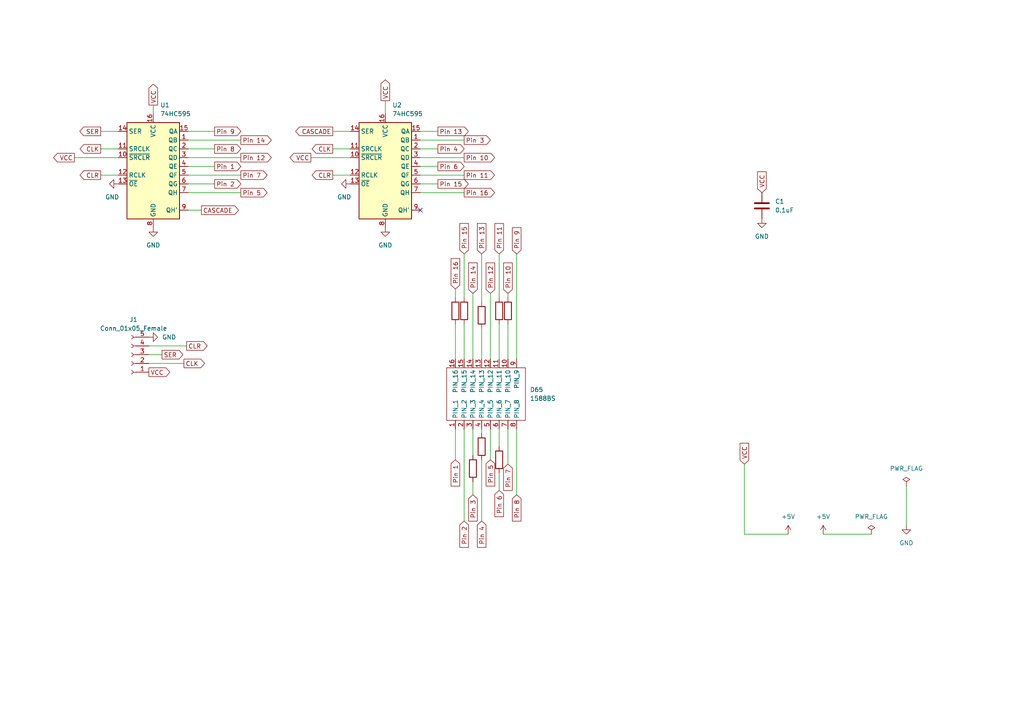
<source format=kicad_sch>
(kicad_sch (version 20211123) (generator eeschema)
  (paper "A4")
  (lib_symbols
    (symbol "1588BS:1588BS"
      (property "Reference" "D" (at 0 39.37 0))
      (property "Value" "1588BS" (at 0 0 0))
      (symbol "1588BS_0_1"
        (rectangle (start -11.43 26.67) (end 11.43 11.43))
      )
      (symbol "1588BS_1_1"
        (pin passive line (at -8.89 8.89 90) (length 2.54) (name "PIN_1") (number "1"))
        (pin passive line (at 6.35 29.21 270) (length 2.54) (name "PIN_10") (number "10"))
        (pin passive line (at 3.81 29.21 270) (length 2.54) (name "PIN_11") (number "11"))
        (pin passive line (at 1.27 29.21 270) (length 2.54) (name "PIN_12") (number "12"))
        (pin passive line (at -1.27 29.21 270) (length 2.54) (name "PIN_13") (number "13"))
        (pin passive line (at -3.81 29.21 270) (length 2.54) (name "PIN_14") (number "14"))
        (pin passive line (at -6.35 29.21 270) (length 2.54) (name "PIN_15") (number "15"))
        (pin passive line (at -8.89 29.21 270) (length 2.54) (name "PIN_16") (number "16"))
        (pin passive line (at -6.35 8.89 90) (length 2.54) (name "PIN_2") (number "2"))
        (pin passive line (at -3.81 8.89 90) (length 2.54) (name "PIN_3") (number "3"))
        (pin passive line (at -1.27 8.89 90) (length 2.54) (name "PIN_4") (number "4"))
        (pin passive line (at 1.27 8.89 90) (length 2.54) (name "PIN_5") (number "5"))
        (pin passive line (at 3.81 8.89 90) (length 2.54) (name "PIN_6") (number "6"))
        (pin passive line (at 6.35 8.89 90) (length 2.54) (name "PIN_7") (number "7"))
        (pin passive line (at 8.89 8.89 90) (length 2.54) (name "PIN_8") (number "8"))
        (pin passive line (at 8.89 29.21 270) (length 2.54) (name "PIN_9") (number "9"))
      )
    )
    (symbol "74xx:74HC595"
      (property "Reference" "U" (at -7.62 13.97 0))
      (property "Value" "74HC595" (at -7.62 -16.51 0))
      (symbol "74HC595_1_0"
        (pin tri_state line (at 10.16 7.62 180) (length 2.54) (name "QB") (number "1"))
        (pin input line (at -10.16 2.54 0) (length 2.54) (name "~{SRCLR}") (number "10"))
        (pin input line (at -10.16 5.08 0) (length 2.54) (name "SRCLK") (number "11"))
        (pin input line (at -10.16 -2.54 0) (length 2.54) (name "RCLK") (number "12"))
        (pin input line (at -10.16 -5.08 0) (length 2.54) (name "~{OE}") (number "13"))
        (pin input line (at -10.16 10.16 0) (length 2.54) (name "SER") (number "14"))
        (pin tri_state line (at 10.16 10.16 180) (length 2.54) (name "QA") (number "15"))
        (pin power_in line (at 0 15.24 270) (length 2.54) (name "VCC") (number "16"))
        (pin tri_state line (at 10.16 5.08 180) (length 2.54) (name "QC") (number "2"))
        (pin tri_state line (at 10.16 2.54 180) (length 2.54) (name "QD") (number "3"))
        (pin tri_state line (at 10.16 0 180) (length 2.54) (name "QE") (number "4"))
        (pin tri_state line (at 10.16 -2.54 180) (length 2.54) (name "QF") (number "5"))
        (pin tri_state line (at 10.16 -5.08 180) (length 2.54) (name "QG") (number "6"))
        (pin tri_state line (at 10.16 -7.62 180) (length 2.54) (name "QH") (number "7"))
        (pin power_in line (at 0 -17.78 90) (length 2.54) (name "GND") (number "8"))
        (pin output line (at 10.16 -12.7 180) (length 2.54) (name "QH'") (number "9"))
      )
      (symbol "74HC595_1_1"
        (rectangle (start -7.62 12.7) (end 7.62 -15.24) (stroke (width 0.254)) (fill (type background)))
      )
    )
    (symbol "Connector:Conn_01x05_Female" (pin_names (offset 1.016) hide)
      (property "Reference" "J" (at 0 7.62 0))
      (property "Value" "Conn_01x05_Female" (at 0 -7.62 0))
      (symbol "Conn_01x05_Female_1_1"
        (arc (start 0 -4.572) (mid -0.508 -5.08) (end 0 -5.588) (stroke (width 0.1524)))
        (arc (start 0 -2.032) (mid -0.508 -2.54) (end 0 -3.048) (stroke (width 0.1524)))
        (polyline (pts (xy -1.27 -5.08) (xy -0.508 -5.08)) (stroke (width 0.1524)))
        (polyline (pts (xy -1.27 -2.54) (xy -0.508 -2.54)) (stroke (width 0.1524)))
        (polyline (pts (xy -1.27 0) (xy -0.508 0)) (stroke (width 0.1524)))
        (polyline (pts (xy -1.27 2.54) (xy -0.508 2.54)) (stroke (width 0.1524)))
        (polyline (pts (xy -1.27 5.08) (xy -0.508 5.08)) (stroke (width 0.1524)))
        (arc (start 0 0.508) (mid -0.508 0) (end 0 -0.508) (stroke (width 0.1524)))
        (arc (start 0 3.048) (mid -0.508 2.54) (end 0 2.032) (stroke (width 0.1524)))
        (arc (start 0 5.588) (mid -0.508 5.08) (end 0 4.572) (stroke (width 0.1524)))
        (pin passive line (at -5.08 5.08 0) (length 3.81) (name "Pin_1") (number "1"))
        (pin passive line (at -5.08 2.54 0) (length 3.81) (name "Pin_2") (number "2"))
        (pin passive line (at -5.08 0 0) (length 3.81) (name "Pin_3") (number "3"))
        (pin passive line (at -5.08 -2.54 0) (length 3.81) (name "Pin_4") (number "4"))
        (pin passive line (at -5.08 -5.08 0) (length 3.81) (name "Pin_5") (number "5"))
      )
    )
    (symbol "Device:C" (pin_numbers hide) (pin_names (offset 0.254))
      (property "Reference" "C" (at 0.635 2.54 0))
      (property "Value" "C" (at 0.635 -2.54 0))
      (symbol "C_0_1"
        (polyline (pts (xy -2.032 -0.762) (xy 2.032 -0.762)) (stroke (width 0.508)))
        (polyline (pts (xy -2.032 0.762) (xy 2.032 0.762)) (stroke (width 0.508)))
      )
      (symbol "C_1_1"
        (pin passive line (at 0 3.81 270) (length 2.794) (name "~") (number "1"))
        (pin passive line (at 0 -3.81 90) (length 2.794) (name "~") (number "2"))
      )
    )
    (symbol "Device:R" (pin_numbers hide) (pin_names (offset 0))
      (property "Reference" "R" (at 2.032 0 90))
      (property "Value" "R" (at 0 0 90))
      (symbol "R_0_1"
        (rectangle (start -1.016 -2.54) (end 1.016 2.54) (stroke (width 0.254)))
      )
      (symbol "R_1_1"
        (pin passive line (at 0 3.81 270) (length 1.27) (name "~") (number "1"))
        (pin passive line (at 0 -3.81 90) (length 1.27) (name "~") (number "2"))
      )
    )
    (symbol "power:+5V" (power) (pin_names (offset 0))
      (property "Value" "+5V" (at 0 3.556 0))
      (symbol "+5V_0_1"
        (polyline (pts (xy -0.762 1.27) (xy 0 2.54)))
        (polyline (pts (xy 0 0) (xy 0 2.54)))
        (polyline (pts (xy 0 2.54) (xy 0.762 1.27)))
      )
      (symbol "+5V_1_1"
        (pin power_in line (at 0 0 90) (length 0) hide (name "+5V") (number "1"))
      )
    )
    (symbol "power:GND" (power) (pin_names (offset 0))
      (property "Value" "GND" (at 0 -3.81 0))
      (symbol "GND_0_1"
        (polyline (pts (xy 0 0) (xy 0 -1.27) (xy 1.27 -1.27) (xy 0 -2.54) (xy -1.27 -1.27) (xy 0 -1.27)))
      )
      (symbol "GND_1_1"
        (pin power_in line (at 0 0 270) (length 0) hide (name "GND") (number "1"))
      )
    )
    (symbol "power:PWR_FLAG" (power) (pin_numbers hide) (pin_names (offset 0) hide)
      (property "Value" "PWR_FLAG" (at 0 3.81 0))
      (symbol "PWR_FLAG_0_0"
        (pin power_out line (at 0 0 90) (length 0) (name "pwr") (number "1"))
      )
      (symbol "PWR_FLAG_0_1"
        (polyline (pts (xy 0 0) (xy 0 1.27) (xy -1.016 1.905) (xy 0 2.54) (xy 1.016 1.905) (xy 0 1.27)))
      )
    )
  )
  (no_connect (at 121.92 60.96))
  (wire (pts (xy 139.7 124.46) (xy 139.7 125.73)))
  (wire (pts (xy 147.32 124.46) (xy 147.32 134.62)))
  (wire (pts (xy 139.7 73.66) (xy 139.7 87.63)))
  (wire (pts (xy 121.92 53.34) (xy 127 53.34)))
  (wire (pts (xy 137.16 139.7) (xy 137.16 143.51)))
  (wire (pts (xy 54.61 48.26) (xy 62.23 48.26)))
  (wire (pts (xy 54.61 45.72) (xy 69.85 45.72)))
  (wire (pts (xy 90.17 45.72) (xy 101.6 45.72)))
  (wire (pts (xy 121.92 55.88) (xy 134.62 55.88)))
  (wire (pts (xy 149.86 73.66) (xy 149.86 104.14)))
  (wire (pts (xy 215.9 134.62) (xy 215.9 154.94)))
  (wire (pts (xy 144.78 73.66) (xy 144.78 86.36)))
  (wire (pts (xy 44.45 30.48) (xy 44.45 33.02)))
  (wire (pts (xy 121.92 43.18) (xy 127 43.18)))
  (wire (pts (xy 29.21 50.8) (xy 34.29 50.8)))
  (wire (pts (xy 54.61 60.96) (xy 58.42 60.96)))
  (wire (pts (xy 132.08 124.46) (xy 132.08 133.35)))
  (wire (pts (xy 43.18 105.41) (xy 53.34 105.41)))
  (wire (pts (xy 137.16 85.09) (xy 137.16 104.14)))
  (wire (pts (xy 149.86 124.46) (xy 149.86 143.51)))
  (wire (pts (xy 29.21 38.1) (xy 34.29 38.1)))
  (wire (pts (xy 96.52 43.18) (xy 101.6 43.18)))
  (wire (pts (xy 96.52 38.1) (xy 101.6 38.1)))
  (wire (pts (xy 134.62 124.46) (xy 134.62 151.13)))
  (wire (pts (xy 134.62 93.98) (xy 134.62 104.14)))
  (wire (pts (xy 29.21 43.18) (xy 34.29 43.18)))
  (wire (pts (xy 121.92 48.26) (xy 127 48.26)))
  (wire (pts (xy 54.61 43.18) (xy 62.23 43.18)))
  (wire (pts (xy 121.92 45.72) (xy 134.62 45.72)))
  (wire (pts (xy 147.32 85.09) (xy 147.32 86.36)))
  (wire (pts (xy 21.59 45.72) (xy 34.29 45.72)))
  (wire (pts (xy 142.24 85.09) (xy 142.24 104.14)))
  (wire (pts (xy 43.18 100.33) (xy 54.102 100.33)))
  (wire (pts (xy 121.92 40.64) (xy 134.62 40.64)))
  (wire (pts (xy 132.08 93.98) (xy 132.08 104.14)))
  (wire (pts (xy 142.24 124.46) (xy 142.24 133.35)))
  (wire (pts (xy 137.16 124.46) (xy 137.16 132.08)))
  (wire (pts (xy 228.6 154.94) (xy 215.9 154.94)))
  (wire (pts (xy 262.89 140.97) (xy 262.89 152.4)))
  (wire (pts (xy 43.18 102.87) (xy 46.99 102.87)))
  (wire (pts (xy 139.7 133.35) (xy 139.7 151.13)))
  (wire (pts (xy 54.61 40.64) (xy 69.85 40.64)))
  (wire (pts (xy 132.08 83.82) (xy 132.08 86.36)))
  (wire (pts (xy 147.32 93.98) (xy 147.32 104.14)))
  (wire (pts (xy 144.78 137.16) (xy 144.78 142.24)))
  (wire (pts (xy 54.61 53.34) (xy 62.23 53.34)))
  (wire (pts (xy 111.76 29.21) (xy 111.76 33.02)))
  (wire (pts (xy 139.7 95.25) (xy 139.7 104.14)))
  (wire (pts (xy 121.92 50.8) (xy 134.62 50.8)))
  (wire (pts (xy 96.52 50.8) (xy 101.6 50.8)))
  (wire (pts (xy 54.61 50.8) (xy 69.85 50.8)))
  (wire (pts (xy 121.92 38.1) (xy 127 38.1)))
  (wire (pts (xy 144.78 124.46) (xy 144.78 129.54)))
  (wire (pts (xy 144.78 93.98) (xy 144.78 104.14)))
  (wire (pts (xy 134.62 73.66) (xy 134.62 86.36)))
  (wire (pts (xy 238.76 154.94) (xy 252.73 154.94)))
  (wire (pts (xy 54.61 38.1) (xy 62.23 38.1)))
  (wire (pts (xy 54.61 55.88) (xy 69.85 55.88)))
  (global_label "SER" (shape output) (at 29.21 38.1 180) (property "Intersheet References" "${INTERSHEET_REFS}" (effects hide)))
  (global_label "Pin 14" (shape output) (at 69.85 40.64 0) (property "Intersheet References" "${INTERSHEET_REFS}" (effects hide)))
  (global_label "CLR" (shape output) (at 96.52 50.8 180) (property "Intersheet References" "${INTERSHEET_REFS}" (effects hide)))
  (global_label "Pin 11" (shape output) (at 134.62 50.8 0) (property "Intersheet References" "${INTERSHEET_REFS}" (effects hide)))
  (global_label "Pin 2" (shape output) (at 62.23 53.34 0) (property "Intersheet References" "${INTERSHEET_REFS}" (effects hide)))
  (global_label "Pin 10" (shape input) (at 147.32 85.09 90) (property "Intersheet References" "${INTERSHEET_REFS}" (effects hide)))
  (global_label "Pin 7" (shape input) (at 147.32 134.62 270) (property "Intersheet References" "${INTERSHEET_REFS}" (effects hide)))
  (global_label "VCC" (shape output) (at 21.59 45.72 180) (property "Intersheet References" "${INTERSHEET_REFS}" (effects hide)))
  (global_label "Pin 1" (shape output) (at 62.23 48.26 0) (property "Intersheet References" "${INTERSHEET_REFS}" (effects hide)))
  (global_label "Pin 4" (shape input) (at 139.7 151.13 270) (property "Intersheet References" "${INTERSHEET_REFS}" (effects hide)))
  (global_label "Pin 7" (shape output) (at 69.85 50.8 0) (property "Intersheet References" "${INTERSHEET_REFS}" (effects hide)))
  (global_label "Pin 8" (shape input) (at 149.86 143.51 270) (property "Intersheet References" "${INTERSHEET_REFS}" (effects hide)))
  (global_label "VCC" (shape output) (at 43.18 107.95 0) (property "Intersheet References" "${INTERSHEET_REFS}" (effects hide)))
  (global_label "VCC" (shape input) (at 215.9 134.62 90) (property "Intersheet References" "${INTERSHEET_REFS}" (effects hide)))
  (global_label "Pin 12" (shape input) (at 142.24 85.09 90) (property "Intersheet References" "${INTERSHEET_REFS}" (effects hide)))
  (global_label "Pin 6" (shape output) (at 127 48.26 0) (property "Intersheet References" "${INTERSHEET_REFS}" (effects hide)))
  (global_label "CLR" (shape output) (at 29.21 50.8 180) (property "Intersheet References" "${INTERSHEET_REFS}" (effects hide)))
  (global_label "VCC" (shape output) (at 44.45 30.48 90) (property "Intersheet References" "${INTERSHEET_REFS}" (effects hide)))
  (global_label "VCC" (shape input) (at 220.98 55.88 90) (property "Intersheet References" "${INTERSHEET_REFS}" (effects hide)))
  (global_label "SER" (shape output) (at 46.99 102.87 0) (property "Intersheet References" "${INTERSHEET_REFS}" (effects hide)))
  (global_label "Pin 13" (shape input) (at 139.7 73.66 90) (property "Intersheet References" "${INTERSHEET_REFS}" (effects hide)))
  (global_label "Pin 5" (shape output) (at 69.85 55.88 0) (property "Intersheet References" "${INTERSHEET_REFS}" (effects hide)))
  (global_label "Pin 6" (shape input) (at 144.78 142.24 270) (property "Intersheet References" "${INTERSHEET_REFS}" (effects hide)))
  (global_label "VCC" (shape output) (at 111.76 29.21 90) (property "Intersheet References" "${INTERSHEET_REFS}" (effects hide)))
  (global_label "CLR" (shape output) (at 54.102 100.33 0) (property "Intersheet References" "${INTERSHEET_REFS}" (effects hide)))
  (global_label "Pin 5" (shape input) (at 142.24 133.35 270) (property "Intersheet References" "${INTERSHEET_REFS}" (effects hide)))
  (global_label "Pin 2" (shape input) (at 134.62 151.13 270) (property "Intersheet References" "${INTERSHEET_REFS}" (effects hide)))
  (global_label "Pin 9" (shape input) (at 149.86 73.66 90) (property "Intersheet References" "${INTERSHEET_REFS}" (effects hide)))
  (global_label "Pin 4" (shape output) (at 127 43.18 0) (property "Intersheet References" "${INTERSHEET_REFS}" (effects hide)))
  (global_label "CLK" (shape output) (at 96.52 43.18 180) (property "Intersheet References" "${INTERSHEET_REFS}" (effects hide)))
  (global_label "CLK" (shape output) (at 53.34 105.41 0) (property "Intersheet References" "${INTERSHEET_REFS}" (effects hide)))
  (global_label "Pin 12" (shape output) (at 69.85 45.72 0) (property "Intersheet References" "${INTERSHEET_REFS}" (effects hide)))
  (global_label "Pin 16" (shape output) (at 134.62 55.88 0) (property "Intersheet References" "${INTERSHEET_REFS}" (effects hide)))
  (global_label "Pin 13" (shape output) (at 127 38.1 0) (property "Intersheet References" "${INTERSHEET_REFS}" (effects hide)))
  (global_label "Pin 10" (shape output) (at 134.62 45.72 0) (property "Intersheet References" "${INTERSHEET_REFS}" (effects hide)))
  (global_label "Pin 3" (shape input) (at 137.16 143.51 270) (property "Intersheet References" "${INTERSHEET_REFS}" (effects hide)))
  (global_label "CLK" (shape output) (at 29.21 43.18 180) (property "Intersheet References" "${INTERSHEET_REFS}" (effects hide)))
  (global_label "CASCADE" (shape output) (at 58.42 60.96 0) (property "Intersheet References" "${INTERSHEET_REFS}" (effects hide)))
  (global_label "Pin 1" (shape input) (at 132.08 133.35 270) (property "Intersheet References" "${INTERSHEET_REFS}" (effects hide)))
  (global_label "Pin 9" (shape output) (at 62.23 38.1 0) (property "Intersheet References" "${INTERSHEET_REFS}" (effects hide)))
  (global_label "Pin 14" (shape input) (at 137.16 85.09 90) (property "Intersheet References" "${INTERSHEET_REFS}" (effects hide)))
  (global_label "Pin 8" (shape output) (at 62.23 43.18 0) (property "Intersheet References" "${INTERSHEET_REFS}" (effects hide)))
  (global_label "Pin 15" (shape input) (at 134.62 73.66 90) (property "Intersheet References" "${INTERSHEET_REFS}" (effects hide)))
  (global_label "Pin 15" (shape output) (at 127 53.34 0) (property "Intersheet References" "${INTERSHEET_REFS}" (effects hide)))
  (global_label "VCC" (shape output) (at 90.17 45.72 180) (property "Intersheet References" "${INTERSHEET_REFS}" (effects hide)))
  (global_label "Pin 11" (shape input) (at 144.78 73.66 90) (property "Intersheet References" "${INTERSHEET_REFS}" (effects hide)))
  (global_label "CASCADE" (shape output) (at 96.52 38.1 180) (property "Intersheet References" "${INTERSHEET_REFS}" (effects hide)))
  (global_label "Pin 16" (shape input) (at 132.08 83.82 90) (property "Intersheet References" "${INTERSHEET_REFS}" (effects hide)))
  (global_label "Pin 3" (shape output) (at 134.62 40.64 0) (property "Intersheet References" "${INTERSHEET_REFS}" (effects hide)))
  (symbol (lib_id "Device:R") (at 147.32 90.17 0) (unit 1)
    (property "Reference" "R5" (effects hide))
    (property "Value" "220" (effects hide))
    (property "Footprint" "Resistor_THT:R_Axial_DIN0204_L3.6mm_D1.6mm_P5.08mm_Horizontal" (effects hide))
  )
  (symbol (lib_id "power:GND") (at 111.76 66.04 0) (unit 1)
    (property "Reference" "#PWR0103" (effects hide))
    (property "Value" "GND" (at 111.76 71.12 0))
  )
  (symbol (lib_id "power:GND") (at 220.98 63.5 0) (unit 1)
    (property "Reference" "#PWR01" (effects hide))
    (property "Value" "GND" (at 220.98 68.58 0))
  )
  (symbol (lib_id "Device:R") (at 139.7 91.44 0) (unit 1)
    (property "Reference" "R1" (effects hide))
    (property "Value" "220" (effects hide))
    (property "Footprint" "Resistor_THT:R_Axial_DIN0204_L3.6mm_D1.6mm_P5.08mm_Horizontal" (effects hide))
  )
  (symbol (lib_id "Connector:Conn_01x05_Female") (at 38.1 102.87 180) (unit 1)
    (property "Reference" "J1" (at 38.735 92.71 0))
    (property "Value" "Conn_01x05_Female" (at 38.735 95.25 0))
    (property "Footprint" "Connector_Molex:Molex_KK-254_AE-6410-05A_1x05_P2.54mm_Vertical" (effects hide))
  )
  (symbol (lib_id "power:PWR_FLAG") (at 262.89 140.97 0) (unit 1)
    (property "Reference" "#FLG02" (effects hide))
    (property "Value" "PWR_FLAG" (at 262.89 135.89 0))
  )
  (symbol (lib_id "74xx:74HC595") (at 44.45 48.26 0) (unit 1)
    (property "Reference" "U1" (at 46.4694 30.48 0) (effects (justify left)))
    (property "Value" "74HC595" (at 46.4694 33.02 0) (effects (justify left)))
    (property "Footprint" "Package_DIP:DIP-16_W7.62mm" (effects hide))
    (property "Datasheet" "http://www.ti.com/lit/ds/symlink/sn74hc595.pdf" (effects hide))
  )
  (symbol (lib_id "Device:C") (at 220.98 59.69 0) (unit 1)
    (property "Reference" "C1" (at 224.79 58.4199 0) (effects (justify left)))
    (property "Value" "0.1uF" (at 224.79 60.9599 0) (effects (justify left)))
    (property "Footprint" "Capacitor_THT:C_Axial_L3.8mm_D2.6mm_P7.50mm_Horizontal" (effects hide))
  )
  (symbol (lib_id "Device:R") (at 144.78 133.35 0) (unit 1)
    (property "Reference" "R3" (effects hide))
    (property "Value" "220" (effects hide))
    (property "Footprint" "Resistor_THT:R_Axial_DIN0204_L3.6mm_D1.6mm_P5.08mm_Horizontal" (effects hide))
  )
  (symbol (lib_id "power:GND") (at 262.89 152.4 0) (unit 1)
    (property "Reference" "#PWR07" (effects hide))
    (property "Value" "GND" (at 262.89 157.48 0))
  )
  (symbol (lib_id "Device:R") (at 134.62 90.17 0) (unit 1)
    (property "Reference" "R7" (effects hide))
    (property "Value" "220" (effects hide))
    (property "Footprint" "Resistor_THT:R_Axial_DIN0204_L3.6mm_D1.6mm_P5.08mm_Horizontal" (effects hide))
  )
  (symbol (lib_id "Device:R") (at 132.08 90.17 0) (unit 1)
    (property "Reference" "R8" (effects hide))
    (property "Value" "220" (effects hide))
    (property "Footprint" "Resistor_THT:R_Axial_DIN0204_L3.6mm_D1.6mm_P5.08mm_Horizontal" (effects hide))
  )
  (symbol (lib_id "Device:R") (at 144.78 90.17 0) (unit 1)
    (property "Reference" "R6" (effects hide))
    (property "Value" "220" (effects hide))
    (property "Footprint" "Resistor_THT:R_Axial_DIN0204_L3.6mm_D1.6mm_P5.08mm_Horizontal" (effects hide))
  )
  (symbol (lib_id "1588BS:1588BS") (at 140.97 133.35 0) (unit 1)
    (property "Reference" "D65" (at 153.67 113.0299 0) (effects (justify left)))
    (property "Value" "1588BS" (at 153.67 115.5699 0) (effects (justify left)))
    (property "Footprint" "1588BS:1588BS" (effects hide))
  )
  (symbol (lib_id "Device:R") (at 139.7 129.54 0) (unit 1)
    (property "Reference" "R4" (effects hide))
    (property "Value" "220" (effects hide))
    (property "Footprint" "Resistor_THT:R_Axial_DIN0204_L3.6mm_D1.6mm_P5.08mm_Horizontal" (effects hide))
  )
  (symbol (lib_id "power:+5V") (at 238.76 154.94 0) (unit 1)
    (property "Reference" "#PWR0102" (effects hide))
    (property "Value" "+5V" (at 238.76 149.86 0))
  )
  (symbol (lib_id "power:GND") (at 43.18 97.79 90) (unit 1)
    (property "Reference" "#PWR0107" (effects hide))
    (property "Value" "GND" (at 46.99 97.7899 90) (effects (justify right)))
  )
  (symbol (lib_id "Device:R") (at 137.16 135.89 0) (unit 1)
    (property "Reference" "R2" (effects hide))
    (property "Value" "220" (effects hide))
    (property "Footprint" "Resistor_THT:R_Axial_DIN0204_L3.6mm_D1.6mm_P5.08mm_Horizontal" (effects hide))
  )
  (symbol (lib_id "power:PWR_FLAG") (at 252.73 154.94 0) (unit 1)
    (property "Reference" "#FLG0101" (effects hide))
    (property "Value" "PWR_FLAG" (at 252.73 149.86 0))
  )
  (symbol (lib_id "power:GND") (at 34.29 53.34 270) (unit 1)
    (property "Reference" "#PWR0105" (effects hide))
    (property "Value" "GND" (at 30.48 57.15 90) (effects (justify left)))
  )
  (symbol (lib_id "power:GND") (at 101.6 53.34 270) (unit 1)
    (property "Reference" "#PWR0104" (effects hide))
    (property "Value" "GND" (at 97.79 57.15 90) (effects (justify left)))
  )
  (symbol (lib_id "74xx:74HC595") (at 111.76 48.26 0) (unit 1)
    (property "Reference" "U2" (at 113.7794 30.48 0) (effects (justify left)))
    (property "Value" "74HC595" (at 113.7794 33.02 0) (effects (justify left)))
    (property "Footprint" "Package_DIP:DIP-16_W7.62mm" (effects hide))
    (property "Datasheet" "http://www.ti.com/lit/ds/symlink/sn74hc595.pdf" (effects hide))
  )
  (symbol (lib_id "power:GND") (at 44.45 66.04 0) (unit 1)
    (property "Reference" "#PWR0106" (effects hide))
    (property "Value" "GND" (at 44.45 71.12 0))
  )
  (symbol (lib_id "power:+5V") (at 228.6 154.94 0) (unit 1)
    (property "Reference" "#PWR0101" (effects hide))
    (property "Value" "+5V" (at 228.6 149.86 0))
  )
)
</source>
